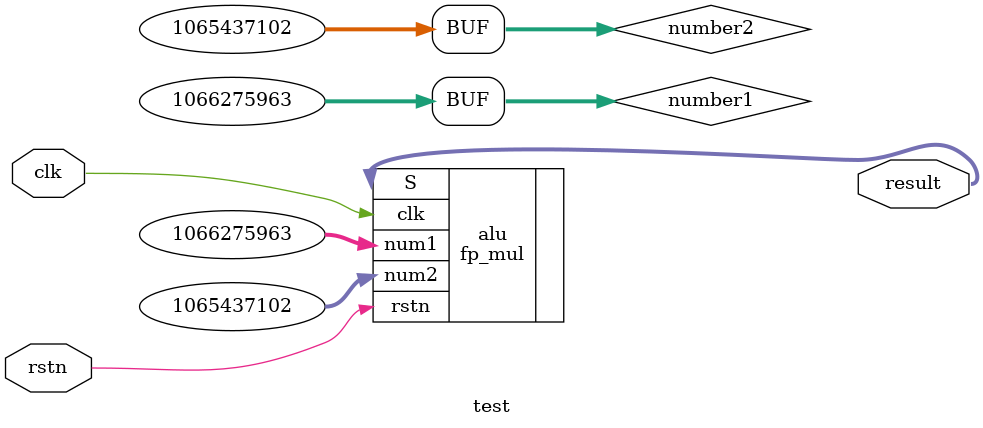
<source format=sv>
`timescale 1ns / 1ps


// module test(
//     input logic clk, rstn,
//     output logic [7:0] result 
//     );

//     logic [3:0] number1, number2;

//     assign number1 = 4'd7;
//     assign number2 = 4'd3;

//     booth_algorithm ba(
//             .clk(clk),
//             .rstn(rstn),            
//             .M(number1),      
//             .Q(number2),      
//             .R(result)    
//         );
// endmodule

module test(
    input logic clk, rstn,
    //input logic [1:0] op,
    output logic [31:0] result 
    );

    logic [31:0] number1, number2;

    assign number1 = 31'b00111111100011100001010001111011;
    assign number2 = 31'b00111111100000010100011110101110;

    fp_mul alu(
        .clk(clk), 
        .rstn(rstn),
        .num1(number1),
        .num2(number2),
        .S(result)
    );
endmodule


</source>
